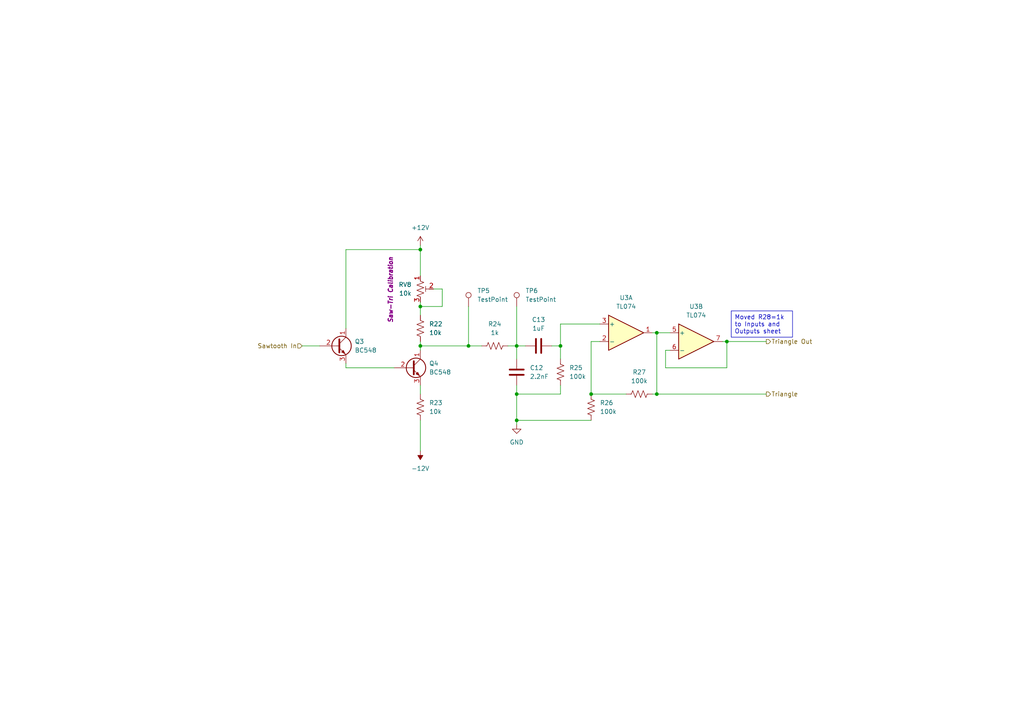
<source format=kicad_sch>
(kicad_sch (version 20231120) (generator "eeschema") (generator_version "8.0")
  (paper "A4")
  (title_block (company "DMH Instruments"))
  (lib_symbols
    (symbol "Amplifier_Operational:TL074" (pin_names (offset 0.127))
      (property "Reference" "U" (at 0 5.08 0))
      (property "Value" "TL074" (at 0 -5.08 0))
      (symbol "TL074_1_1"
        (polyline (pts (xy -5.08 5.08) (xy 5.08 0) (xy -5.08 -5.08) (xy -5.08 5.08)) (stroke (width 0.254)) (fill (type background)))
        (pin output line (at 7.62 0 180) (length 2.54) (name "~") (number "1"))
        (pin input line (at -7.62 -2.54 0) (length 2.54) (name "-") (number "2"))
        (pin input line (at -7.62 2.54 0) (length 2.54) (name "+") (number "3"))
      )
      (symbol "TL074_2_1"
        (polyline (pts (xy -5.08 5.08) (xy 5.08 0) (xy -5.08 -5.08) (xy -5.08 5.08)) (stroke (width 0.254)) (fill (type background)))
        (pin input line (at -7.62 2.54 0) (length 2.54) (name "+") (number "5"))
        (pin input line (at -7.62 -2.54 0) (length 2.54) (name "-") (number "6"))
        (pin output line (at 7.62 0 180) (length 2.54) (name "~") (number "7"))
      )
      (symbol "TL074_3_1"
        (polyline (pts (xy -5.08 5.08) (xy 5.08 0) (xy -5.08 -5.08) (xy -5.08 5.08)) (stroke (width 0.254)) (fill (type background)))
        (pin input line (at -7.62 2.54 0) (length 2.54) (name "+") (number "10"))
        (pin output line (at 7.62 0 180) (length 2.54) (name "~") (number "8"))
        (pin input line (at -7.62 -2.54 0) (length 2.54) (name "-") (number "9"))
      )
      (symbol "TL074_4_1"
        (polyline (pts (xy -5.08 5.08) (xy 5.08 0) (xy -5.08 -5.08) (xy -5.08 5.08)) (stroke (width 0.254)) (fill (type background)))
        (pin input line (at -7.62 2.54 0) (length 2.54) (name "+") (number "12"))
        (pin input line (at -7.62 -2.54 0) (length 2.54) (name "-") (number "13"))
        (pin output line (at 7.62 0 180) (length 2.54) (name "~") (number "14"))
      )
      (symbol "TL074_5_1"
        (pin power_in line (at -2.54 -7.62 90) (length 3.81) (name "V-") (number "11"))
        (pin power_in line (at -2.54 7.62 270) (length 3.81) (name "V+") (number "4"))
      )
    )
    (symbol "Connector:TestPoint" (pin_numbers hide) (pin_names (offset 0.762) hide)
      (property "Reference" "TP" (at 0 6.858 0))
      (property "Value" "TestPoint" (at 0 5.08 0))
      (symbol "TestPoint_0_1"
        (circle (center 0 3.302) (radius 0.762))
      )
      (symbol "TestPoint_1_1"
        (pin passive line (at 0 0 90) (length 2.54) (name "1") (number "1"))
      )
    )
    (symbol "Device:C" (pin_numbers hide) (pin_names (offset 0.254))
      (property "Reference" "C" (at 0.635 2.54 0))
      (property "Value" "C" (at 0.635 -2.54 0))
      (symbol "C_0_1"
        (polyline (pts (xy -2.032 -0.762) (xy 2.032 -0.762)) (stroke (width 0.508)))
        (polyline (pts (xy -2.032 0.762) (xy 2.032 0.762)) (stroke (width 0.508)))
      )
      (symbol "C_1_1"
        (pin passive line (at 0 3.81 270) (length 2.794) (name "~") (number "1"))
        (pin passive line (at 0 -3.81 90) (length 2.794) (name "~") (number "2"))
      )
    )
    (symbol "Device:R_Potentiometer_Trim_US" (pin_names (offset 1.016) hide)
      (property "Reference" "RV" (at -4.445 0 90))
      (property "Value" "R_Potentiometer_Trim_US" (at -2.54 0 90))
      (symbol "R_Potentiometer_Trim_US_0_1"
        (polyline (pts (xy 0 -2.286) (xy 0 -2.54)))
        (polyline (pts (xy 0 2.286) (xy 0 2.54)))
        (polyline (pts (xy 1.524 0.762) (xy 1.524 -0.762)))
        (polyline (pts (xy 2.54 0) (xy 1.524 0)))
        (polyline (pts (xy 0 -0.762) (xy 1.016 -1.143) (xy 0 -1.524) (xy -1.016 -1.905) (xy 0 -2.286)))
        (polyline (pts (xy 0 0.762) (xy 1.016 0.381) (xy 0 0) (xy -1.016 -0.381) (xy 0 -0.762)))
        (polyline (pts (xy 0 2.286) (xy 1.016 1.905) (xy 0 1.524) (xy -1.016 1.143) (xy 0 0.762)))
      )
      (symbol "R_Potentiometer_Trim_US_1_1"
        (pin passive line (at 0 3.81 270) (length 1.27) (name "1") (number "1"))
        (pin passive line (at 3.81 0 180) (length 1.27) (name "2") (number "2"))
        (pin passive line (at 0 -3.81 90) (length 1.27) (name "3") (number "3"))
      )
    )
    (symbol "Device:R_US" (pin_numbers hide) (pin_names (offset 0))
      (property "Reference" "R" (at 2.54 0 90))
      (property "Value" "R_US" (at -2.54 0 90))
      (symbol "R_US_0_1"
        (polyline (pts (xy 0 -2.286) (xy 0 -2.54)))
        (polyline (pts (xy 0 2.286) (xy 0 2.54)))
        (polyline (pts (xy 0 -0.762) (xy 1.016 -1.143) (xy 0 -1.524) (xy -1.016 -1.905) (xy 0 -2.286)))
        (polyline (pts (xy 0 0.762) (xy 1.016 0.381) (xy 0 0) (xy -1.016 -0.381) (xy 0 -0.762)))
        (polyline (pts (xy 0 2.286) (xy 1.016 1.905) (xy 0 1.524) (xy -1.016 1.143) (xy 0 0.762)))
      )
      (symbol "R_US_1_1"
        (pin passive line (at 0 3.81 270) (length 1.27) (name "~") (number "1"))
        (pin passive line (at 0 -3.81 90) (length 1.27) (name "~") (number "2"))
      )
    )
    (symbol "Transistor_BJT:BC548" (pin_names (offset 0) hide)
      (property "Reference" "Q" (at 5.08 1.905 0))
      (property "Value" "BC548" (at 5.08 0 0))
      (symbol "BC548_0_1"
        (polyline (pts (xy 0 0) (xy 0.635 0)))
        (polyline (pts (xy 0.635 0.635) (xy 2.54 2.54)))
        (polyline (pts (xy 0.635 -0.635) (xy 2.54 -2.54) (xy 2.54 -2.54)))
        (polyline (pts (xy 0.635 1.905) (xy 0.635 -1.905) (xy 0.635 -1.905)) (stroke (width 0.508)))
        (polyline (pts (xy 1.27 -1.778) (xy 1.778 -1.27) (xy 2.286 -2.286) (xy 1.27 -1.778) (xy 1.27 -1.778)) (fill (type outline)))
        (circle (center 1.27 0) (radius 2.8194) (stroke (width 0.254)))
      )
      (symbol "BC548_1_1"
        (pin passive line (at 2.54 5.08 270) (length 2.54) (name "C") (number "1"))
        (pin input line (at -5.08 0 0) (length 5.08) (name "B") (number "2"))
        (pin passive line (at 2.54 -5.08 90) (length 2.54) (name "E") (number "3"))
      )
    )
    (symbol "power:+12V" (power) (pin_numbers hide) (pin_names (offset 0) hide)
      (property "Value" "+12V" (at 0 3.556 0))
      (symbol "+12V_0_1"
        (polyline (pts (xy -0.762 1.27) (xy 0 2.54)))
        (polyline (pts (xy 0 0) (xy 0 2.54)))
        (polyline (pts (xy 0 2.54) (xy 0.762 1.27)))
      )
      (symbol "+12V_1_1"
        (pin power_in line (at 0 0 90) (length 0) (name "~") (number "1"))
      )
    )
    (symbol "power:-12V" (power) (pin_numbers hide) (pin_names (offset 0) hide)
      (property "Value" "-12V" (at 0 3.556 0))
      (symbol "-12V_0_0"
        (pin power_in line (at 0 0 90) (length 0) (name "~") (number "1"))
      )
      (symbol "-12V_0_1"
        (polyline (pts (xy 0 0) (xy 0 1.27) (xy 0.762 1.27) (xy 0 2.54) (xy -0.762 1.27) (xy 0 1.27)) (fill (type outline)))
      )
    )
    (symbol "power:GND" (power) (pin_numbers hide) (pin_names (offset 0) hide)
      (property "Value" "GND" (at 0 -3.81 0))
      (symbol "GND_0_1"
        (polyline (pts (xy 0 0) (xy 0 -1.27) (xy 1.27 -1.27) (xy 0 -2.54) (xy -1.27 -1.27) (xy 0 -1.27)))
      )
      (symbol "GND_1_1"
        (pin power_in line (at 0 0 270) (length 0) (name "~") (number "1"))
      )
    )
  )
  (junction (at 171.45 114.3))
  (junction (at 149.86 100.33))
  (junction (at 135.89 100.33))
  (junction (at 121.92 88.9))
  (junction (at 149.86 121.92))
  (junction (at 210.82 99.06))
  (junction (at 121.92 100.33))
  (junction (at 121.92 72.39))
  (junction (at 190.5 114.3))
  (junction (at 162.56 100.33))
  (junction (at 149.86 114.3))
  (junction (at 190.5 96.52))
  (wire (pts (xy 149.86 111.76) (xy 149.86 114.3)))
  (wire (pts (xy 193.04 101.6) (xy 193.04 106.68)))
  (wire (pts (xy 162.56 93.98) (xy 173.99 93.98)))
  (wire (pts (xy 149.86 100.33) (xy 149.86 104.14)))
  (wire (pts (xy 171.45 114.3) (xy 171.45 99.06)))
  (wire (pts (xy 189.23 114.3) (xy 190.5 114.3)))
  (wire (pts (xy 190.5 114.3) (xy 190.5 96.52)))
  (wire (pts (xy 100.33 72.39) (xy 100.33 95.25)))
  (wire (pts (xy 160.02 100.33) (xy 162.56 100.33)))
  (wire (pts (xy 121.92 87.63) (xy 121.92 88.9)))
  (wire (pts (xy 121.92 100.33) (xy 135.89 100.33)))
  (wire (pts (xy 121.92 71.12) (xy 121.92 72.39)))
  (wire (pts (xy 149.86 100.33) (xy 152.4 100.33)))
  (wire (pts (xy 190.5 96.52) (xy 194.31 96.52)))
  (wire (pts (xy 193.04 106.68) (xy 210.82 106.68)))
  (wire (pts (xy 121.92 100.33) (xy 121.92 101.6)))
  (wire (pts (xy 121.92 111.76) (xy 121.92 114.3)))
  (wire (pts (xy 128.27 83.82) (xy 128.27 88.9)))
  (wire (pts (xy 149.86 121.92) (xy 171.45 121.92)))
  (wire (pts (xy 162.56 100.33) (xy 162.56 104.14)))
  (wire (pts (xy 194.31 101.6) (xy 193.04 101.6)))
  (wire (pts (xy 121.92 88.9) (xy 121.92 91.44)))
  (wire (pts (xy 121.92 72.39) (xy 121.92 80.01)))
  (wire (pts (xy 121.92 121.92) (xy 121.92 130.81)))
  (wire (pts (xy 87.63 100.33) (xy 92.71 100.33)))
  (wire (pts (xy 210.82 106.68) (xy 210.82 99.06)))
  (wire (pts (xy 162.56 111.76) (xy 162.56 114.3)))
  (wire (pts (xy 190.5 114.3) (xy 222.25 114.3)))
  (wire (pts (xy 135.89 100.33) (xy 139.7 100.33)))
  (wire (pts (xy 147.32 100.33) (xy 149.86 100.33)))
  (wire (pts (xy 100.33 105.41) (xy 100.33 106.68)))
  (wire (pts (xy 149.86 121.92) (xy 149.86 123.19)))
  (wire (pts (xy 171.45 99.06) (xy 173.99 99.06)))
  (wire (pts (xy 171.45 114.3) (xy 181.61 114.3)))
  (wire (pts (xy 190.5 96.52) (xy 189.23 96.52)))
  (wire (pts (xy 121.92 88.9) (xy 128.27 88.9)))
  (wire (pts (xy 149.86 114.3) (xy 162.56 114.3)))
  (wire (pts (xy 135.89 88.9) (xy 135.89 100.33)))
  (wire (pts (xy 162.56 93.98) (xy 162.56 100.33)))
  (wire (pts (xy 125.73 83.82) (xy 128.27 83.82)))
  (wire (pts (xy 209.55 99.06) (xy 210.82 99.06)))
  (wire (pts (xy 100.33 72.39) (xy 121.92 72.39)))
  (wire (pts (xy 121.92 99.06) (xy 121.92 100.33)))
  (wire (pts (xy 149.86 88.9) (xy 149.86 100.33)))
  (wire (pts (xy 100.33 106.68) (xy 114.3 106.68)))
  (wire (pts (xy 149.86 114.3) (xy 149.86 121.92)))
  (wire (pts (xy 210.82 99.06) (xy 222.25 99.06)))
  (text_box "Moved R28=1k to Inputs and Outputs sheet" (at 212.09 90.17 0) (size 17.78 7.62) (effects (font (size 1.27 1.27)) (justify left)))
  (hierarchical_label "Triangle Out" (shape output) (at 222.25 99.06 0))
  (hierarchical_label "Sawtooth In" (shape input) (at 87.63 100.33 180))
  (hierarchical_label "Triangle" (shape output) (at 222.25 114.3 0))
  (symbol (lib_id "Device:R_US") (at 143.51 100.33 90) (unit 1)
    (property "Reference" "R24" (at 143.51 93.98 90))
    (property "Value" "1k" (at 143.51 96.52 90))
    (property "Footprint" "Resistor_THT:R_Axial_DIN0207_L6.3mm_D2.5mm_P7.62mm_Horizontal" (effects (hide yes)))
    (property "Description" "Resistor, US symbol" (effects (hide yes)))
  )
  (symbol (lib_id "Amplifier_Operational:TL074") (at 181.61 96.52 0) (unit 1)
    (property "Reference" "U3" (at 181.61 86.36 0))
    (property "Value" "TL074" (at 181.61 88.9 0))
    (property "Footprint" "Package_DIP:DIP-14_W7.62mm_Socket" (effects (hide yes)))
    (property "Datasheet" "http://www.ti.com/lit/ds/symlink/tl071.pdf" (effects (hide yes)))
    (property "Description" "Quad Low-Noise JFET-Input Operational Amplifiers, DIP-14/SOIC-14" (effects (hide yes)))
  )
  (symbol (lib_id "Device:R_US") (at 121.92 95.25 0) (unit 1)
    (property "Reference" "R22" (at 124.46 93.9799 0) (effects (justify left)))
    (property "Value" "10k" (at 124.46 96.5199 0) (effects (justify left)))
    (property "Footprint" "Resistor_THT:R_Axial_DIN0207_L6.3mm_D2.5mm_P7.62mm_Horizontal" (effects (hide yes)))
    (property "Description" "Resistor, US symbol" (effects (hide yes)))
  )
  (symbol (lib_id "Device:R_US") (at 185.42 114.3 90) (unit 1)
    (property "Reference" "R27" (at 185.42 107.95 90))
    (property "Value" "100k" (at 185.42 110.49 90))
    (property "Footprint" "Resistor_THT:R_Axial_DIN0207_L6.3mm_D2.5mm_P7.62mm_Horizontal" (effects (hide yes)))
    (property "Description" "Resistor, US symbol" (effects (hide yes)))
  )
  (symbol (lib_id "Device:R_US") (at 171.45 118.11 0) (unit 1)
    (property "Reference" "R26" (at 173.99 116.8399 0) (effects (justify left)))
    (property "Value" "100k" (at 173.99 119.3799 0) (effects (justify left)))
    (property "Footprint" "Resistor_THT:R_Axial_DIN0207_L6.3mm_D2.5mm_P7.62mm_Horizontal" (effects (hide yes)))
    (property "Description" "Resistor, US symbol" (effects (hide yes)))
  )
  (symbol (lib_id "Connector:TestPoint") (at 135.89 88.9 0) (unit 1) (in_bom no) (on_board no)
    (property "Reference" "TP5" (at 138.43 84.3279 0) (effects (justify left)))
    (property "Value" "TestPoint" (at 138.43 86.8679 0) (effects (justify left)))
    (property "Footprint" "TestPoint:TestPoint_THTPad_2.0x2.0mm_Drill1.0mm" (effects (hide yes)))
    (property "Description" "test point" (effects (hide yes)))
  )
  (symbol (lib_id "Device:R_Potentiometer_Trim_US") (at 121.92 83.82 0) (unit 1)
    (property "Reference" "RV8" (at 119.38 82.5499 0) (effects (justify right)))
    (property "Value" "10k" (at 119.38 85.0899 0) (effects (justify right)))
    (property "Footprint" "Potentiometer_THT:Potentiometer_Bourns_3296W_Vertical" (effects (hide yes)))
    (property "Function" "Saw-Tri Calibration" (at 113.284 84.074 90) (effects (font (bold yes) (italic yes))))
  )
  (symbol (lib_id "Amplifier_Operational:TL074") (at 201.93 99.06 0) (unit 2)
    (property "Reference" "U3" (at 201.93 88.9 0))
    (property "Value" "TL074" (at 201.93 91.44 0))
    (property "Footprint" "Package_DIP:DIP-14_W7.62mm_Socket" (effects (hide yes)))
    (property "Datasheet" "http://www.ti.com/lit/ds/symlink/tl071.pdf" (effects (hide yes)))
    (property "Description" "Quad Low-Noise JFET-Input Operational Amplifiers, DIP-14/SOIC-14" (effects (hide yes)))
  )
  (symbol (lib_id "Transistor_BJT:BC548") (at 97.79 100.33 0) (unit 1)
    (property "Reference" "Q3" (at 102.87 99.0599 0) (effects (justify left)))
    (property "Value" "BC548" (at 102.87 101.5999 0) (effects (justify left)))
    (property "Footprint" "Package_TO_SOT_THT:TO-92_Inline_Wide" (effects (hide yes)))
    (property "Datasheet" "https://www.onsemi.com/pub/Collateral/BC550-D.pdf" (effects (hide yes)))
    (property "Description" "0.1A Ic, 30V Vce, Small Signal NPN Transistor, TO-92" (effects (hide yes)))
  )
  (symbol (lib_id "Device:R_US") (at 162.56 107.95 0) (unit 1)
    (property "Reference" "R25" (at 165.1 106.6799 0) (effects (justify left)))
    (property "Value" "100k" (at 165.1 109.2199 0) (effects (justify left)))
    (property "Footprint" "Resistor_THT:R_Axial_DIN0207_L6.3mm_D2.5mm_P7.62mm_Horizontal" (effects (hide yes)))
    (property "Description" "Resistor, US symbol" (effects (hide yes)))
  )
  (symbol (lib_id "Device:C") (at 149.86 107.95 180) (unit 1)
    (property "Reference" "C12" (at 153.67 106.6799 0) (effects (justify right)))
    (property "Value" "2.2nF" (at 153.67 109.2199 0) (effects (justify right)))
    (property "Footprint" "Capacitor_THT:C_Disc_D3.0mm_W2.0mm_P2.50mm" (effects (hide yes)))
    (property "Description" "Unpolarized capacitor" (effects (hide yes)))
  )
  (symbol (lib_id "Device:R_US") (at 121.92 118.11 0) (unit 1)
    (property "Reference" "R23" (at 124.46 116.8399 0) (effects (justify left)))
    (property "Value" "10k" (at 124.46 119.3799 0) (effects (justify left)))
    (property "Footprint" "Resistor_THT:R_Axial_DIN0207_L6.3mm_D2.5mm_P7.62mm_Horizontal" (effects (hide yes)))
    (property "Description" "Resistor, US symbol" (effects (hide yes)))
  )
  (symbol (lib_id "Connector:TestPoint") (at 149.86 88.9 0) (unit 1) (in_bom no) (on_board no)
    (property "Reference" "TP6" (at 152.4 84.3279 0) (effects (justify left)))
    (property "Value" "TestPoint" (at 152.4 86.8679 0) (effects (justify left)))
    (property "Footprint" "TestPoint:TestPoint_THTPad_2.0x2.0mm_Drill1.0mm" (effects (hide yes)))
    (property "Description" "test point" (effects (hide yes)))
  )
  (symbol (lib_id "Device:C") (at 156.21 100.33 90) (unit 1)
    (property "Reference" "C13" (at 156.21 92.71 90))
    (property "Value" "1uF" (at 156.21 95.25 90))
    (property "Footprint" "Capacitor_THT:C_Disc_D4.3mm_W1.9mm_P5.00mm" (effects (hide yes)))
    (property "Description" "Unpolarized capacitor" (effects (hide yes)))
  )
  (symbol (lib_id "power:GND") (at 149.86 123.19 0) (unit 1)
    (property "Reference" "#PWR032" (effects (hide yes)))
    (property "Value" "GND" (at 149.86 128.27 0))
    (property "Description" "Power symbol creates a global label with name \"GND\" , ground" (effects (hide yes)))
  )
  (symbol (lib_id "Transistor_BJT:BC548") (at 119.38 106.68 0) (unit 1)
    (property "Reference" "Q4" (at 124.46 105.4099 0) (effects (justify left)))
    (property "Value" "BC548" (at 124.46 107.9499 0) (effects (justify left)))
    (property "Footprint" "Package_TO_SOT_THT:TO-92_Inline_Wide" (effects (hide yes)))
    (property "Datasheet" "https://www.onsemi.com/pub/Collateral/BC550-D.pdf" (effects (hide yes)))
    (property "Description" "0.1A Ic, 30V Vce, Small Signal NPN Transistor, TO-92" (effects (hide yes)))
  )
  (symbol (lib_id "power:+12V") (at 121.92 71.12 0) (unit 1)
    (property "Reference" "#PWR030" (effects (hide yes)))
    (property "Value" "+12V" (at 121.92 66.04 0))
    (property "Description" "Power symbol creates a global label with name \"+12V\"" (effects (hide yes)))
  )
  (symbol (lib_id "power:-12V") (at 121.92 130.81 180) (unit 1)
    (property "Reference" "#PWR031" (effects (hide yes)))
    (property "Value" "-12V" (at 121.92 135.89 0))
    (property "Description" "Power symbol creates a global label with name \"-12V\"" (effects (hide yes)))
  )
)
</source>
